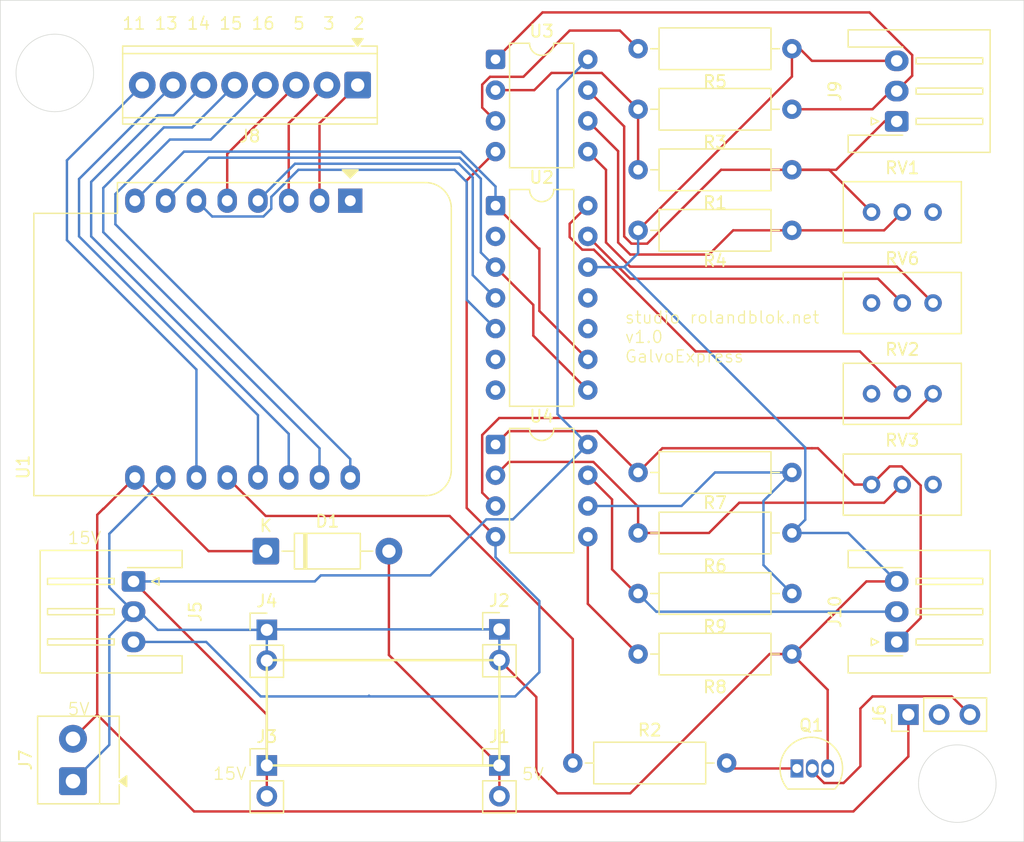
<source format=kicad_pcb>
(kicad_pcb (version 20241229) (generator "pcbnew") (generator_version "9.0")
  (layers (0 "F.Cu" signal) (2 "B.Cu" signal) (13 "F.Paste" user) (15 "B.Paste" user) (5 "F.SilkS" user "F.Silkscreen") (7 "B.SilkS" user "B.Silkscreen") (1 "F.Mask" user) (3 "B.Mask" user) (25 "Edge.Cuts" user))
  (net 0 "")
  (net 1 "Net-(D1-A)")
  (net 2 "Net-(D1-K)")
  (net 3 "Net-(J10-Pin_1)")
  (net 4 "Net-(J3-Pin_1)")
  (net 5 "Net-(J6-Pin_3)")
  (net 7 "Net-(J8-Pin_1)")
  (net 8 "Net-(J8-Pin_5)")
  (net 9 "Net-(J8-Pin_2)")
  (net 10 "Net-(J8-Pin_4)")
  (net 11 "Net-(J8-Pin_3)")
  (net 12 "Net-(J8-Pin_8)")
  (net 13 "Net-(J8-Pin_7)")
  (net 14 "Net-(J8-Pin_6)")
  (net 15 "Net-(J9-Pin_2)")
  (net 16 "Net-(J10-Pin_2)")
  (net 17 "Net-(J10-Pin_3)")
  (net 18 "Net-(Q1-B)")
  (net 19 "Net-(U3A--)")
  (net 20 "Net-(U1-D3)")
  (net 21 "Net-(U3B--)")
  (net 22 "Net-(U3A-+)")
  (net 23 "Net-(U4A--)")
  (net 24 "Net-(U4B--)")
  (net 25 "Net-(U4B-+)")
  (net 27 "Net-(U2-VA)")
  (net 29 "Net-(U4A-+)")
  (net 32 "Net-(U3B-+)")
  (net 33 "Net-(U2-VrefA)")
  (net 34 "Net-(U1-3V3)")
  (net 35 "Net-(U1-SCK{slash}D5)")
  (net 36 "Net-(U1-CS{slash}D8)")
  (net 37 "Net-(U1-MOSI{slash}D7)")
  (net 44 "Net-(J5-Pin_3)")
  (net 45 "Net-(J9-Pin_1)")
  (footprint "Potentiometer_THT:Potentiometer_Bourns_3296W_Vertical" (layer "F.Cu") (at 130.5 63)
    (property "Reference" "RV1" (at -2.54 -3.66 0) (layer "F.SilkS"))
    (property "Value" "R_Potentiometer_Trim 10k")
    (pad "1" thru_hole circle (at 0 0) (size 1.44 1.44) (drill 0.8) (layers "*.Cu" "*.Mask"))
    (pad "2" thru_hole circle (at -2.54 0) (size 1.44 1.44) (drill 0.8) (layers "*.Cu" "*.Mask") (net 21 "Net-(U3B--)"))
    (pad "3" thru_hole circle (at -5.08 0) (size 1.44 1.44) (drill 0.8) (layers "*.Cu" "*.Mask") (net 45 "Net-(J9-Pin_1)"))
  )
  (footprint "Resistor_THT:R_Axial_DIN0309_L9.0mm_D3.2mm_P12.70mm_Horizontal" (layer "F.Cu") (at 100.76 108.5)
    (property "Reference" "R2" (at 6.35 -2.72 0) (layer "F.SilkS"))
    (property "Value" "1k")
    (pad "1" thru_hole circle (at 0 0) (size 1.6 1.6) (drill 0.8) (layers "*.Cu" "*.Mask") (net 20 "Net-(U1-D3)"))
    (pad "2" thru_hole circle (at 12.7 0) (size 1.6 1.6) (drill 0.8) (layers "*.Cu" "*.Mask") (net 18 "Net-(Q1-B)"))
  )
  (footprint "Diode_THT:D_DO-41_SOD81_P10.16mm_Horizontal" (layer "F.Cu") (at 75.42 91)
    (property "Reference" "D1" (at 5.08 -2.47 0) (layer "F.SilkS"))
    (property "Value" "1N4006")
    (fp_text user "K" (at 0 -2.1 0) (layer "F.SilkS"))
    (pad "1" thru_hole roundrect (at 0 0) (size 2.2 2.2) (drill 1.1) (layers "*.Cu" "*.Mask") (roundrect_rratio 0.113636) (net 2 "Net-(D1-K)"))
    (pad "2" thru_hole circle (at 10.16 0) (size 2.2 2.2) (drill 1.1) (layers "*.Cu" "*.Mask") (net 1 "Net-(D1-A)"))
  )
  (footprint "Connector_PinHeader_2.54mm:PinHeader_1x02_P2.54mm_Vertical" (layer "F.Cu") (at 94.7 97.46)
    (property "Reference" "J2" (at 0 -2.38 0) (layer "F.SilkS"))
    (property "Value" "MP1584EN  OUT -")
    (pad "1" thru_hole rect (at 0 0) (size 1.7 1.7) (drill 1) (layers "*.Cu" "*.Mask") (net 17 "Net-(J10-Pin_3)"))
    (pad "2" thru_hole circle (at 0 2.54) (size 1.7 1.7) (drill 1) (layers "*.Cu" "*.Mask") (net 17 "Net-(J10-Pin_3)"))
  )
  (footprint "Resistor_THT:R_Axial_DIN0309_L9.0mm_D3.2mm_P12.70mm_Horizontal" (layer "F.Cu") (at 118.85 59.5 180)
    (property "Reference" "R1" (at 6.35 -2.72 0) (layer "F.SilkS"))
    (property "Value" "10k")
    (pad "1" thru_hole circle (at 0 0 180) (size 1.6 1.6) (drill 0.8) (layers "*.Cu" "*.Mask") (net 45 "Net-(J9-Pin_1)"))
    (pad "2" thru_hole circle (at 12.7 0 180) (size 1.6 1.6) (drill 0.8) (layers "*.Cu" "*.Mask") (net 19 "Net-(U3A--)"))
  )
  (footprint "Potentiometer_THT:Potentiometer_Bourns_3296W_Vertical" (layer "F.Cu") (at 130.5 85.5)
    (property "Reference" "RV3" (at -2.54 -3.66 0) (layer "F.SilkS"))
    (property "Value" "R_Potentiometer_Trim 10k")
    (pad "1" thru_hole circle (at 0 0) (size 1.44 1.44) (drill 0.8) (layers "*.Cu" "*.Mask"))
    (pad "2" thru_hole circle (at -2.54 0) (size 1.44 1.44) (drill 0.8) (layers "*.Cu" "*.Mask") (net 23 "Net-(U4A--)"))
    (pad "3" thru_hole circle (at -5.08 0) (size 1.44 1.44) (drill 0.8) (layers "*.Cu" "*.Mask") (net 3 "Net-(J10-Pin_1)"))
  )
  (footprint "Connector_PinHeader_2.54mm:PinHeader_1x02_P2.54mm_Vertical" (layer "F.Cu") (at 75.5 97.5)
    (property "Reference" "J4" (at 0 -2.38 0) (layer "F.SilkS"))
    (property "Value" "MP1584EN  IN -")
    (pad "1" thru_hole rect (at 0 0) (size 1.7 1.7) (drill 1) (layers "*.Cu" "*.Mask") (net 17 "Net-(J10-Pin_3)"))
    (pad "2" thru_hole circle (at 0 2.54) (size 1.7 1.7) (drill 1) (layers "*.Cu" "*.Mask") (net 17 "Net-(J10-Pin_3)"))
  )
  (footprint "Connector_JST:JST_XH_S3B-XH-A-1_1x03_P2.50mm_Horizontal" (layer "F.Cu") (at 64.5 93.5 -90)
    (property "Reference" "J5" (at 2.5 -5.1 90) (layer "F.SilkS"))
    (property "Value" "+15V -15V")
    (pad "1" thru_hole roundrect (at 0 0 270) (size 1.7 1.95) (drill 0.95) (layers "*.Cu" "*.Mask") (roundrect_rratio 0.147059) (net 4 "Net-(J3-Pin_1)"))
    (pad "2" thru_hole oval (at 2.5 0 270) (size 1.7 1.95) (drill 0.95) (layers "*.Cu" "*.Mask") (net 17 "Net-(J10-Pin_3)"))
    (pad "3" thru_hole oval (at 5 0 270) (size 1.7 1.95) (drill 0.95) (layers "*.Cu" "*.Mask") (net 44 "Net-(J5-Pin_3)"))
  )
  (footprint "Resistor_THT:R_Axial_DIN0309_L9.0mm_D3.2mm_P12.70mm_Horizontal" (layer "F.Cu") (at 118.85 89.5 180)
    (property "Reference" "R6" (at 6.35 -2.72 0) (layer "F.SilkS"))
    (property "Value" "10k")
    (pad "1" thru_hole circle (at 0 0 180) (size 1.6 1.6) (drill 0.8) (layers "*.Cu" "*.Mask") (net 17 "Net-(J10-Pin_3)"))
    (pad "2" thru_hole circle (at 12.7 0 180) (size 1.6 1.6) (drill 0.8) (layers "*.Cu" "*.Mask") (net 23 "Net-(U4A--)"))
  )
  (footprint "Connector_PinHeader_2.54mm:PinHeader_1x02_P2.54mm_Vertical" (layer "F.Cu") (at 94.7 108.7)
    (property "Reference" "J1" (at 0 -2.38 0) (layer "F.SilkS"))
    (property "Value" "MP1584EN OUT +5V")
    (pad "1" thru_hole rect (at 0 0) (size 1.7 1.7) (drill 1) (layers "*.Cu" "*.Mask") (net 1 "Net-(D1-A)"))
    (pad "2" thru_hole circle (at 0 2.54) (size 1.7 1.7) (drill 1) (layers "*.Cu" "*.Mask") (net 1 "Net-(D1-A)"))
  )
  (footprint "Potentiometer_THT:Potentiometer_Bourns_3296W_Vertical" (layer "F.Cu") (at 130.5 70.5)
    (property "Reference" "RV6" (at -2.54 -3.66 0) (layer "F.SilkS"))
    (property "Value" "R_Potentiometer_Trim 10k")
    (pad "1" thru_hole circle (at 0 0) (size 1.44 1.44) (drill 0.8) (layers "*.Cu" "*.Mask") (net 32 "Net-(U3B-+)"))
    (pad "2" thru_hole circle (at -2.54 0) (size 1.44 1.44) (drill 0.8) (layers "*.Cu" "*.Mask") (net 33 "Net-(U2-VrefA)"))
    (pad "3" thru_hole circle (at -5.08 0) (size 1.44 1.44) (drill 0.8) (layers "*.Cu" "*.Mask"))
  )
  (footprint "Package_TO_SOT_THT:TO-92L_Inline" (layer "F.Cu") (at 119.26 108.95)
    (property "Reference" "Q1" (at 1.19 -3.56 0) (layer "F.SilkS"))
    (property "Value" "Q_NPN_BEC")
    (pad "1" thru_hole rect (at 0 0) (size 1.05 1.5) (drill 0.75) (layers "*.Cu" "*.Mask") (net 18 "Net-(Q1-B)"))
    (pad "2" thru_hole oval (at 1.27 0) (size 1.05 1.5) (drill 0.75) (layers "*.Cu" "*.Mask") (net 5 "Net-(J6-Pin_3)"))
    (pad "3" thru_hole oval (at 2.54 0) (size 1.05 1.5) (drill 0.75) (layers "*.Cu" "*.Mask") (net 17 "Net-(J10-Pin_3)"))
  )
  (footprint "Resistor_THT:R_Axial_DIN0309_L9.0mm_D3.2mm_P12.70mm_Horizontal" (layer "F.Cu") (at 118.85 99.5 180)
    (property "Reference" "R8" (at 6.35 -2.72 0) (layer "F.SilkS"))
    (property "Value" "0.5k")
    (pad "1" thru_hole circle (at 0 0 180) (size 1.6 1.6) (drill 0.8) (layers "*.Cu" "*.Mask") (net 17 "Net-(J10-Pin_3)"))
    (pad "2" thru_hole circle (at 12.7 0 180) (size 1.6 1.6) (drill 0.8) (layers "*.Cu" "*.Mask") (net 25 "Net-(U4B-+)"))
  )
  (footprint "Resistor_THT:R_Axial_DIN0309_L9.0mm_D3.2mm_P12.70mm_Horizontal" (layer "F.Cu") (at 106.15 84.5)
    (property "Reference" "R7" (at 6.35 2.5 0) (layer "F.SilkS"))
    (property "Value" "10k")
    (pad "1" thru_hole circle (at 0 0) (size 1.6 1.6) (drill 0.8) (layers "*.Cu" "*.Mask") (net 3 "Net-(J10-Pin_1)"))
    (pad "2" thru_hole circle (at 12.7 0) (size 1.6 1.6) (drill 0.8) (layers "*.Cu" "*.Mask") (net 24 "Net-(U4B--)"))
  )
  (footprint "Resistor_THT:R_Axial_DIN0309_L9.0mm_D3.2mm_P12.70mm_Horizontal" (layer "F.Cu") (at 118.85 94.5 180)
    (property "Reference" "R9" (at 6.35 -2.72 0) (layer "F.SilkS"))
    (property "Value" "10k")
    (pad "1" thru_hole circle (at 0 0 180) (size 1.6 1.6) (drill 0.8) (layers "*.Cu" "*.Mask") (net 24 "Net-(U4B--)"))
    (pad "2" thru_hole circle (at 12.7 0 180) (size 1.6 1.6) (drill 0.8) (layers "*.Cu" "*.Mask") (net 16 "Net-(J10-Pin_2)"))
  )
  (footprint "Connector_JST:JST_XH_S3B-XH-A-1_1x03_P2.50mm_Horizontal" (layer "F.Cu") (at 127.5 98.5 90)
    (property "Reference" "J10" (at 2.5 -5.1 90) (layer "F.SilkS"))
    (property "Value" "laser 2")
    (pad "1" thru_hole roundrect (at 0 0 90) (size 1.7 1.95) (drill 0.95) (layers "*.Cu" "*.Mask") (roundrect_rratio 0.147059) (net 3 "Net-(J10-Pin_1)"))
    (pad "2" thru_hole oval (at 2.5 0 90) (size 1.7 1.95) (drill 0.95) (layers "*.Cu" "*.Mask") (net 16 "Net-(J10-Pin_2)"))
    (pad "3" thru_hole oval (at 5 0 90) (size 1.7 1.95) (drill 0.95) (layers "*.Cu" "*.Mask") (net 17 "Net-(J10-Pin_3)"))
  )
  (footprint "Resistor_THT:R_Axial_DIN0309_L9.0mm_D3.2mm_P12.70mm_Horizontal" (layer "F.Cu") (at 106.15 64.5)
    (property "Reference" "R4" (at 6.35 2.5 0) (layer "F.SilkS"))
    (property "Value" "10k")
    (pad "1" thru_hole circle (at 0 0) (size 1.6 1.6) (drill 0.8) (layers "*.Cu" "*.Mask") (net 17 "Net-(J10-Pin_3)"))
    (pad "2" thru_hole circle (at 12.7 0) (size 1.6 1.6) (drill 0.8) (layers "*.Cu" "*.Mask") (net 21 "Net-(U3B--)"))
  )
  (footprint "Package_DIP:DIP-14_W7.62mm" (layer "F.Cu") (at 94.38 62.46)
    (property "Reference" "U2" (at 3.81 -2.33 0) (layer "F.SilkS"))
    (property "Value" "MCP4922")
    (pad "1" thru_hole roundrect (at 0 0) (size 1.6 1.6) (drill 0.8) (layers "*.Cu" "*.Mask") (roundrect_rratio 0.15625) (net 34 "Net-(U1-3V3)"))
    (pad "2" thru_hole circle (at 0 2.54) (size 1.6 1.6) (drill 0.8) (layers "*.Cu" "*.Mask"))
    (pad "3" thru_hole circle (at 0 5.08) (size 1.6 1.6) (drill 0.8) (layers "*.Cu" "*.Mask") (net 36 "Net-(U1-CS{slash}D8)"))
    (pad "4" thru_hole circle (at 0 7.62) (size 1.6 1.6) (drill 0.8) (layers "*.Cu" "*.Mask") (net 35 "Net-(U1-SCK{slash}D5)"))
    (pad "5" thru_hole circle (at 0 10.16) (size 1.6 1.6) (drill 0.8) (layers "*.Cu" "*.Mask") (net 37 "Net-(U1-MOSI{slash}D7)"))
    (pad "6" thru_hole circle (at 0 12.7) (size 1.6 1.6) (drill 0.8) (layers "*.Cu" "*.Mask"))
    (pad "7" thru_hole circle (at 0 15.24) (size 1.6 1.6) (drill 0.8) (layers "*.Cu" "*.Mask"))
    (pad "8" thru_hole circle (at 7.62 15.24) (size 1.6 1.6) (drill 0.8) (layers "*.Cu" "*.Mask") (net 36 "Net-(U1-CS{slash}D8)"))
    (pad "9" thru_hole circle (at 7.62 12.7) (size 1.6 1.6) (drill 0.8) (layers "*.Cu" "*.Mask") (net 34 "Net-(U1-3V3)"))
    (pad "10" thru_hole circle (at 7.62 10.16) (size 1.6 1.6) (drill 0.8) (layers "*.Cu" "*.Mask"))
    (pad "11" thru_hole circle (at 7.62 7.62) (size 1.6 1.6) (drill 0.8) (layers "*.Cu" "*.Mask"))
    (pad "12" thru_hole circle (at 7.62 5.08) (size 1.6 1.6) (drill 0.8) (layers "*.Cu" "*.Mask") (net 17 "Net-(J10-Pin_3)"))
    (pad "13" thru_hole circle (at 7.62 2.54) (size 1.6 1.6) (drill 0.8) (layers "*.Cu" "*.Mask") (net 33 "Net-(U2-VrefA)"))
    (pad "14" thru_hole circle (at 7.62 0) (size 1.6 1.6) (drill 0.8) (layers "*.Cu" "*.Mask") (net 27 "Net-(U2-VA)"))
  )
  (footprint "Potentiometer_THT:Potentiometer_Bourns_3296W_Vertical" (layer "F.Cu") (at 130.5 78)
    (property "Reference" "RV2" (at -2.54 -3.66 0) (layer "F.SilkS"))
    (property "Value" "R_Potentiometer_Trim 10k")
    (pad "1" thru_hole circle (at 0 0) (size 1.44 1.44) (drill 0.8) (layers "*.Cu" "*.Mask") (net 29 "Net-(U4A-+)"))
    (pad "2" thru_hole circle (at -2.54 0) (size 1.44 1.44) (drill 0.8) (layers "*.Cu" "*.Mask") (net 27 "Net-(U2-VA)"))
    (pad "3" thru_hole circle (at -5.08 0) (size 1.44 1.44) (drill 0.8) (layers "*.Cu" "*.Mask"))
  )
  (footprint "TerminalBlock_MetzConnect:TerminalBlock_MetzConnect_Type059_RT06302HBWC_1x02_P3.50mm_Horizontal" (layer "F.Cu") (at 59.5 110 90)
    (property "Reference" "J7" (at 1.75 -3.92 90) (layer "F.SilkS"))
    (property "Value" "Screw_Terminal_01x02 5V")
    (pad "1" thru_hole roundrect (at 0 0 90) (size 2.3 2.3) (drill 1.2) (layers "*.Cu" "*.Mask") (roundrect_rratio 0.108696) (net 17 "Net-(J10-Pin_3)"))
    (pad "2" thru_hole circle (at 3.5 0 90) (size 2.3 2.3) (drill 1.2) (layers "*.Cu" "*.Mask") (net 2 "Net-(D1-K)"))
  )
  (footprint "Resistor_THT:R_Axial_DIN0309_L9.0mm_D3.2mm_P12.70mm_Horizontal" (layer "F.Cu") (at 118.85 54.5 180)
    (property "Reference" "R3" (at 6.35 -2.72 0) (layer "F.SilkS"))
    (property "Value" "10k")
    (pad "1" thru_hole circle (at 0 0 180) (size 1.6 1.6) (drill 0.8) (layers "*.Cu" "*.Mask") (net 15 "Net-(J9-Pin_2)"))
    (pad "2" thru_hole circle (at 12.7 0 180) (size 1.6 1.6) (drill 0.8) (layers "*.Cu" "*.Mask") (net 19 "Net-(U3A--)"))
  )
  (footprint "Resistor_THT:R_Axial_DIN0309_L9.0mm_D3.2mm_P12.70mm_Horizontal" (layer "F.Cu") (at 118.85 49.5 180)
    (property "Reference" "R5" (at 6.35 -2.72 0) (layer "F.SilkS"))
    (property "Value" "0.5k")
    (pad "1" thru_hole circle (at 0 0 180) (size 1.6 1.6) (drill 0.8) (layers "*.Cu" "*.Mask") (net 17 "Net-(J10-Pin_3)"))
    (pad "2" thru_hole circle (at 12.7 0 180) (size 1.6 1.6) (drill 0.8) (layers "*.Cu" "*.Mask") (net 22 "Net-(U3A-+)"))
  )
  (footprint "Connector_JST:JST_XH_S3B-XH-A-1_1x03_P2.50mm_Horizontal" (layer "F.Cu") (at 127.5 55.5 90)
    (property "Reference" "J9" (at 2.5 -5.1 90) (layer "F.SilkS"))
    (property "Value" "laser 1")
    (pad "1" thru_hole roundrect (at 0 0 90) (size 1.7 1.95) (drill 0.95) (layers "*.Cu" "*.Mask") (roundrect_rratio 0.147059) (net 45 "Net-(J9-Pin_1)"))
    (pad "2" thru_hole oval (at 2.5 0 90) (size 1.7 1.95) (drill 0.95) (layers "*.Cu" "*.Mask") (net 15 "Net-(J9-Pin_2)"))
    (pad "3" thru_hole oval (at 5 0 90) (size 1.7 1.95) (drill 0.95) (layers "*.Cu" "*.Mask") (net 17 "Net-(J10-Pin_3)"))
  )
  (footprint "Package_DIP:DIP-8_W7.62mm" (layer "F.Cu") (at 94.38 50.38)
    (property "Reference" "U3" (at 3.81 -2.33 0) (layer "F.SilkS"))
    (property "Value" "LM358")
    (pad "1" thru_hole roundrect (at 0 0) (size 1.6 1.6) (drill 0.8) (layers "*.Cu" "*.Mask") (roundrect_rratio 0.15625) (net 15 "Net-(J9-Pin_2)"))
    (pad "2" thru_hole circle (at 0 2.54) (size 1.6 1.6) (drill 0.8) (layers "*.Cu" "*.Mask") (net 19 "Net-(U3A--)"))
    (pad "3" thru_hole circle (at 0 5.08) (size 1.6 1.6) (drill 0.8) (layers "*.Cu" "*.Mask") (net 22 "Net-(U3A-+)"))
    (pad "4" thru_hole circle (at 0 7.62) (size 1.6 1.6) (drill 0.8) (layers "*.Cu" "*.Mask") (net 44 "Net-(J5-Pin_3)"))
    (pad "5" thru_hole circle (at 7.62 7.62) (size 1.6 1.6) (drill 0.8) (layers "*.Cu" "*.Mask") (net 32 "Net-(U3B-+)"))
    (pad "6" thru_hole circle (at 7.62 5.08) (size 1.6 1.6) (drill 0.8) (layers "*.Cu" "*.Mask") (net 21 "Net-(U3B--)"))
    (pad "7" thru_hole circle (at 7.62 2.54) (size 1.6 1.6) (drill 0.8) (layers "*.Cu" "*.Mask") (net 45 "Net-(J9-Pin_1)"))
    (pad "8" thru_hole circle (at 7.62 0) (size 1.6 1.6) (drill 0.8) (layers "*.Cu" "*.Mask") (net 4 "Net-(J3-Pin_1)"))
  )
  (footprint "RF_Module:WEMOS_D1_mini_light" (layer "F.Cu") (at 82.39 62.055 -90)
    (property "Reference" "U1" (at 22 27 90) (layer "F.SilkS"))
    (property "Value" "WEMOS_D1_mini")
    (pad "1" thru_hole rect (at 0 0 270) (size 2 2) (drill 0.9) (layers "*.Cu" "*.Mask"))
    (pad "2" thru_hole oval (at 0 2.54 270) (size 2 1.6) (drill 0.9) (layers "*.Cu" "*.Mask") (net 7 "Net-(J8-Pin_1)"))
    (pad "3" thru_hole oval (at 0 5.08 270) (size 2 1.6) (drill 0.9) (layers "*.Cu" "*.Mask") (net 9 "Net-(J8-Pin_2)"))
    (pad "4" thru_hole oval (at 0 7.62 270) (size 2 1.6) (drill 0.9) (layers "*.Cu" "*.Mask") (net 35 "Net-(U1-SCK{slash}D5)"))
    (pad "5" thru_hole oval (at 0 10.16 270) (size 2 1.6) (drill 0.9) (layers "*.Cu" "*.Mask") (net 11 "Net-(J8-Pin_3)"))
    (pad "6" thru_hole oval (at 0 12.7 270) (size 2 1.6) (drill 0.9) (layers "*.Cu" "*.Mask") (net 37 "Net-(U1-MOSI{slash}D7)"))
    (pad "7" thru_hole oval (at 0 15.24 270) (size 2 1.6) (drill 0.9) (layers "*.Cu" "*.Mask") (net 36 "Net-(U1-CS{slash}D8)"))
    (pad "8" thru_hole oval (at 0 17.78 270) (size 2 1.6) (drill 0.9) (layers "*.Cu" "*.Mask") (net 34 "Net-(U1-3V3)"))
    (pad "9" thru_hole oval (at 22.86 17.78 270) (size 2 1.6) (drill 0.9) (layers "*.Cu" "*.Mask") (net 2 "Net-(D1-K)"))
    (pad "10" thru_hole oval (at 22.86 15.24 270) (size 2 1.6) (drill 0.9) (layers "*.Cu" "*.Mask") (net 17 "Net-(J10-Pin_3)"))
    (pad "11" thru_hole oval (at 22.86 12.7 270) (size 2 1.6) (drill 0.9) (layers "*.Cu" "*.Mask") (net 12 "Net-(J8-Pin_8)"))
    (pad "12" thru_hole oval (at 22.86 10.16 270) (size 2 1.6) (drill 0.9) (layers "*.Cu" "*.Mask") (net 20 "Net-(U1-D3)"))
    (pad "13" thru_hole oval (at 22.86 7.62 270) (size 2 1.6) (drill 0.9) (layers "*.Cu" "*.Mask") (net 13 "Net-(J8-Pin_7)"))
    (pad "14" thru_hole oval (at 22.86 5.08 270) (size 2 1.6) (drill 0.9) (layers "*.Cu" "*.Mask") (net 14 "Net-(J8-Pin_6)"))
    (pad "15" thru_hole oval (at 22.86 2.54 270) (size 2 1.6) (drill 0.9) (layers "*.Cu" "*.Mask") (net 8 "Net-(J8-Pin_5)"))
    (pad "16" thru_hole oval (at 22.86 0 270) (size 2 1.6) (drill 0.9) (layers "*.Cu" "*.Mask") (net 10 "Net-(J8-Pin_4)"))
  )
  (footprint "Connector_PinHeader_2.54mm:PinHeader_1x02_P2.54mm_Vertical" (layer "F.Cu") (at 75.5 108.7)
    (property "Reference" "J3" (at 0 -2.38 0) (layer "F.SilkS"))
    (property "Value" "MP1584EN IN +15V")
    (pad "1" thru_hole rect (at 0 0) (size 1.7 1.7) (drill 1) (layers "*.Cu" "*.Mask") (net 4 "Net-(J3-Pin_1)"))
    (pad "2" thru_hole circle (at 0 2.54) (size 1.7 1.7) (drill 1) (layers "*.Cu" "*.Mask") (net 4 "Net-(J3-Pin_1)"))
  )
  (footprint "Connector_PinHeader_2.54mm:PinHeader_1x03_P2.54mm_Vertical" (layer "F.Cu") (at 128.46 104.5 90)
    (property "Reference" "J6" (at 0 -2.38 90) (layer "F.SilkS"))
    (property "Value" "laser")
    (pad "1" thru_hole rect (at 0 0 90) (size 1.7 1.7) (drill 1) (layers "*.Cu" "*.Mask") (net 2 "Net-(D1-K)"))
    (pad "2" thru_hole circle (at 0 2.54 90) (size 1.7 1.7) (drill 1) (layers "*.Cu" "*.Mask"))
    (pad "3" thru_hole circle (at 0 5.08 90) (size 1.7 1.7) (drill 1) (layers "*.Cu" "*.Mask") (net 5 "Net-(J6-Pin_3)"))
  )
  (footprint "TerminalBlock_Phoenix:TerminalBlock_Phoenix_MPT-0,5-8-2.54_1x08_P2.54mm_Horizontal" (layer "F.Cu") (at 83 52.5 180)
    (property "Reference" "J8" (at 8.89 -4.22 0) (layer "F.SilkS"))
    (property "Value" "Screw_Terminal_01x08")
    (pad "1" thru_hole roundrect (at 0 0 180) (size 2.2 2.2) (drill 1.1) (layers "*.Cu" "*.Mask") (roundrect_rratio 0.113636) (net 7 "Net-(J8-Pin_1)"))
    (pad "2" thru_hole circle (at 2.54 0 180) (size 2.2 2.2) (drill 1.1) (layers "*.Cu" "*.Mask") (net 9 "Net-(J8-Pin_2)"))
    (pad "3" thru_hole circle (at 5.08 0 180) (size 2.2 2.2) (drill 1.1) (layers "*.Cu" "*.Mask") (net 11 "Net-(J8-Pin_3)"))
    (pad "4" thru_hole circle (at 7.62 0 180) (size 2.2 2.2) (drill 1.1) (layers "*.Cu" "*.Mask") (net 10 "Net-(J8-Pin_4)"))
    (pad "5" thru_hole circle (at 10.16 0 180) (size 2.2 2.2) (drill 1.1) (layers "*.Cu" "*.Mask") (net 8 "Net-(J8-Pin_5)"))
    (pad "6" thru_hole circle (at 12.7 0 180) (size 2.2 2.2) (drill 1.1) (layers "*.Cu" "*.Mask") (net 14 "Net-(J8-Pin_6)"))
    (pad "7" thru_hole circle (at 15.24 0 180) (size 2.2 2.2) (drill 1.1) (layers "*.Cu" "*.Mask") (net 13 "Net-(J8-Pin_7)"))
    (pad "8" thru_hole circle (at 17.78 0 180) (size 2.2 2.2) (drill 1.1) (layers "*.Cu" "*.Mask") (net 12 "Net-(J8-Pin_8)"))
  )
  (footprint "Package_DIP:DIP-8_W7.62mm" (layer "F.Cu") (at 94.38 82.19)
    (property "Reference" "U4" (at 3.81 -2.33 0) (layer "F.SilkS"))
    (property "Value" "LM358")
    (pad "1" thru_hole roundrect (at 0 0) (size 1.6 1.6) (drill 0.8) (layers "*.Cu" "*.Mask") (roundrect_rratio 0.15625) (net 3 "Net-(J10-Pin_1)"))
    (pad "2" thru_hole circle (at 0 2.54) (size 1.6 1.6) (drill 0.8) (layers "*.Cu" "*.Mask") (net 23 "Net-(U4A--)"))
    (pad "3" thru_hole circle (at 0 5.08) (size 1.6 1.6) (drill 0.8) (layers "*.Cu" "*.Mask") (net 29 "Net-(U4A-+)"))
    (pad "4" thru_hole circle (at 0 7.62) (size 1.6 1.6) (drill 0.8) (layers "*.Cu" "*.Mask") (net 44 "Net-(J5-Pin_3)"))
    (pad "5" thru_hole circle (at 7.62 7.62) (size 1.6 1.6) (drill 0.8) (layers "*.Cu" "*.Mask") (net 25 "Net-(U4B-+)"))
    (pad "6" thru_hole circle (at 7.62 5.08) (size 1.6 1.6) (drill 0.8) (layers "*.Cu" "*.Mask") (net 24 "Net-(U4B--)"))
    (pad "7" thru_hole circle (at 7.62 2.54) (size 1.6 1.6) (drill 0.8) (layers "*.Cu" "*.Mask") (net 16 "Net-(J10-Pin_2)"))
    (pad "8" thru_hole circle (at 7.62 0) (size 1.6 1.6) (drill 0.8) (layers "*.Cu" "*.Mask") (net 4 "Net-(J3-Pin_1)"))
  )
  (gr_rect (start 75.5 100) (end 94.7 108.7) (stroke (width 0.2)) (fill no) (layer "F.SilkS"))
  (gr_circle (center 132.5 110.201562) (end 135 112.201562) (stroke (width 0.05)) (fill no) (layer "Edge.Cuts"))
  (gr_rect (start 53.5 45.5) (end 138 115) (stroke (width 0.05)) (fill no) (layer "Edge.Cuts"))
  (gr_circle (center 58 51.5) (end 60.5 53.5) (stroke (width 0.05)) (fill no) (layer "Edge.Cuts"))
  (gr_text "11 13 14 15 16  5  3  2" (at 63.5 48 0) (layer "F.SilkS") (effects (font (size 1 1) (thickness 0.125)) (justify left bottom)))
  (gr_text "studio rolandblok.net\nv1.0\nGalvoExpress" (at 105 75.5 0) (layer "F.SilkS") (effects (font (size 1 1) (thickness 0.1)) (justify left bottom)))
  (gr_text "15V" (at 71 109.97 0) (layer "F.SilkS") (effects (font (size 1 1) (thickness 0.1)) (justify left bottom)))
  (gr_text "15V" (at 59 90.5 0) (layer "F.SilkS") (effects (font (size 1 1) (thickness 0.1)) (justify left bottom)))
  (gr_text "5V" (at 59 104.63 0) (layer "F.SilkS") (effects (font (size 1 1) (thickness 0.1)) (justify left bottom)))
  (gr_text "5V" (at 96.5 110 0) (layer "F.SilkS") (effects (font (size 1 1) (thickness 0.1)) (justify left bottom)))
  (segment (start 94.7 108.7) (end 94.7 111.24) (width 0.2) (layer "F.Cu") (net 1))
  (segment (start 85.58 91) (end 85.58 99.58) (width 0.2) (layer "F.Cu") (net 1))
  (segment (start 85.58 99.58) (end 94.7 108.7) (width 0.2) (layer "F.Cu") (net 1))
  (segment (start 75.42 91) (end 70.695 91) (width 0.2) (layer "F.Cu") (net 2))
  (segment (start 61.5 88) (end 61.5 104.5) (width 0.2) (layer "F.Cu") (net 2))
  (segment (start 128.46 104.5) (end 128.46 107.96) (width 0.2) (layer "F.Cu") (net 2))
  (segment (start 62.025 87.5) (end 62 87.5) (width 0.2) (layer "F.Cu") (net 2))
  (segment (start 69.5 112.5) (end 123.92 112.5) (width 0.2) (layer "F.Cu") (net 2))
  (segment (start 62 87.5) (end 61.5 88) (width 0.2) (layer "F.Cu") (net 2))
  (segment (start 61.5 104.5) (end 59.5 106.5) (width 0.2) (layer "F.Cu") (net 2))
  (segment (start 64.61 84.915) (end 70.695 91) (width 0.2) (layer "F.Cu") (net 2))
  (segment (start 61.5 104.5) (end 69.5 112.5) (width 0.2) (layer "F.Cu") (net 2))
  (segment (start 128.46 107.96) (end 123.92 112.5) (width 0.2) (layer "F.Cu") (net 2))
  (segment (start 64.61 84.915) (end 62.025 87.5) (width 0.2) (layer "F.Cu") (net 2))
  (segment (start 106.15 84.5) (end 102.739 81.089) (width 0.2) (layer "F.Cu") (net 3))
  (segment (start 102.739 81.089) (end 95.481 81.089) (width 0.2) (layer "F.Cu") (net 3))
  (segment (start 120.5 82.5) (end 121 82.5) (width 0.2) (layer "F.Cu") (net 3))
  (segment (start 121 82.5) (end 124 85.5) (width 0.2) (layer "F.Cu") (net 3))
  (segment (start 129.479 85.575087) (end 129.479 96.521) (width 0.2) (layer "F.Cu") (net 3))
  (segment (start 120.5 82.5) (end 108.15 82.5) (width 0.2) (layer "F.Cu") (net 3))
  (segment (start 95.481 81.089) (end 94.38 82.19) (width 0.2) (layer "F.Cu") (net 3))
  (segment (start 126.92 84) (end 127.903913 84) (width 0.2) (layer "F.Cu") (net 3))
  (segment (start 129.479 96.521) (end 127.5 98.5) (width 0.2) (layer "F.Cu") (net 3))
  (segment (start 127.903913 84) (end 129.479 85.575087) (width 0.2) (layer "F.Cu") (net 3))
  (segment (start 125.42 85.5) (end 126.92 84) (width 0.2) (layer "F.Cu") (net 3))
  (segment (start 108.15 82.5) (end 106.15 84.5) (width 0.2) (layer "F.Cu") (net 3))
  (segment (start 124 85.5) (end 125.42 85.5) (width 0.2) (layer "F.Cu") (net 3))
  (segment (start 75.5 108.7) (end 75.5 111.24) (width 0.2) (layer "F.Cu") (net 4))
  (segment (start 75.5 108.7) (end 75.5 104.5) (width 0.2) (layer "F.Cu") (net 4))
  (segment (start 75.5 104.5) (end 64.5 93.5) (width 0.2) (layer "F.Cu") (net 4))
  (segment (start 64.5 93.5) (end 79.46 93.5) (width 0.2) (layer "B.Cu") (net 4))
  (segment (start 99.5 52.88) (end 99.5 79.69) (width 0.2) (layer "B.Cu") (net 4))
  (segment (start 79.46 93.5) (end 79.96 93) (width 0.2) (layer "B.Cu") (net 4))
  (segment (start 89 93) (end 93.629 88.371) (width 0.2) (layer "B.Cu") (net 4))
  (segment (start 79.96 93) (end 89 93) (width 0.2) (layer "B.Cu") (net 4))
  (segment (start 95.819 88.371) (end 102 82.19) (width 0.2) (layer "B.Cu") (net 4))
  (segment (start 102 50.38) (end 99.5 52.88) (width 0.2) (layer "B.Cu") (net 4))
  (segment (start 99.5 79.69) (end 102 82.19) (width 0.2) (layer "B.Cu") (net 4))
  (segment (start 93.629 88.371) (end 95.819 88.371) (width 0.2) (layer "B.Cu") (net 4))
  (segment (start 120.53 108.95) (end 120.53 109.175) (width 0.2) (layer "F.Cu") (net 5))
  (segment (start 132.04 103) (end 133.54 104.5) (width 0.2) (layer "F.Cu") (net 5))
  (segment (start 124.5 104) (end 125.5 103) (width 0.2) (layer "F.Cu") (net 5))
  (segment (start 123.111 110.151) (end 124.5 108.762) (width 0.2) (layer "F.Cu") (net 5))
  (segment (start 125.5 103) (end 132.04 103) (width 0.2) (layer "F.Cu") (net 5))
  (segment (start 124.5 108.762) (end 124.5 104) (width 0.2) (layer "F.Cu") (net 5))
  (segment (start 120.53 109.175) (end 121.506 110.151) (width 0.2) (layer "F.Cu") (net 5))
  (segment (start 121.506 110.151) (end 123.111 110.151) (width 0.2) (layer "F.Cu") (net 5))
  (segment (start 79.85 62.055) (end 79.85 55.65) (width 0.2) (layer "F.Cu") (net 7))
  (segment (start 79.85 55.65) (end 83 52.5) (width 0.2) (layer "F.Cu") (net 7))
  (segment (start 69.34 56) (end 72.84 52.5) (width 0.2) (layer "B.Cu") (net 8))
  (segment (start 79.85 84.915) (end 79.85 82.5) (width 0.2) (layer "B.Cu") (net 8))
  (segment (start 62 64.65) (end 62 61) (width 0.2) (layer "B.Cu") (net 8))
  (segment (start 79.85 82.5) (end 62 64.65) (width 0.2) (layer "B.Cu") (net 8))
  (segment (start 67 56) (end 69.34 56) (width 0.2) (layer "B.Cu") (net 8))
  (segment (start 62 61) (end 67 56) (width 0.2) (layer "B.Cu") (net 8))
  (segment (start 77.31 55.65) (end 80.46 52.5) (width 0.2) (layer "F.Cu") (net 9))
  (segment (start 77.31 62.055) (end 77.31 55.65) (width 0.2) (layer "F.Cu") (net 9))
  (segment (start 63 61.5) (end 63 64) (width 0.2) (layer "B.Cu") (net 10))
  (segment (start 67.5 57) (end 63 61.5) (width 0.2) (layer "B.Cu") (net 10))
  (segment (start 63 64) (end 82.39 83.39) (width 0.2) (layer "B.Cu") (net 10))
  (segment (start 75.38 52.5) (end 70.88 57) (width 0.2) (layer "B.Cu") (net 10))
  (segment (start 82.39 83.39) (end 82.39 84.915) (width 0.2) (layer "B.Cu") (net 10))
  (segment (start 70.88 57) (end 67.5 57) (width 0.2) (layer "B.Cu") (net 10))
  (segment (start 72.23 58.19) (end 77.92 52.5) (width 0.2) (layer "F.Cu") (net 11))
  (segment (start 72.23 62.055) (end 72.23 58.19) (width 0.2) (layer "F.Cu") (net 11))
  (segment (start 69.69 76) (end 69.69 84.915) (width 0.2) (layer "B.Cu") (net 12))
  (segment (start 65.22 52.5) (end 59 58.72) (width 0.2) (layer "B.Cu") (net 12))
  (segment (start 59 65.31) (end 69.69 76) (width 0.2) (layer "B.Cu") (net 12))
  (segment (start 59 58.72) (end 59 65.31) (width 0.2) (layer "B.Cu") (net 12))
  (segment (start 74.77 79.77) (end 60 65) (width 0.2) (layer "B.Cu") (net 13))
  (segment (start 60 60.26) (end 67.76 52.5) (width 0.2) (layer "B.Cu") (net 13))
  (segment (start 74.77 84.915) (end 74.77 79.77) (width 0.2) (layer "B.Cu") (net 13))
  (segment (start 60 65) (end 60 60.26) (width 0.2) (layer "B.Cu") (net 13))
  (segment (start 61 60.5) (end 66.5 55) (width 0.2) (layer "B.Cu") (net 14))
  (segment (start 77.31 84.915) (end 77.31 81.31) (width 0.2) (layer "B.Cu") (net 14))
  (segment (start 66.5 55) (end 67.8 55) (width 0.2) (layer "B.Cu") (net 14))
  (segment (start 67.8 55) (end 70.3 52.5) (width 0.2) (layer "B.Cu") (net 14))
  (segment (start 77.31 81.31) (end 61 65) (width 0.2) (layer "B.Cu") (net 14))
  (segment (start 61 65) (end 61 60.5) (width 0.2) (layer "B.Cu") (net 14))
  (segment (start 127 53) (end 125.5 54.5) (width 0.2) (layer "F.Cu") (net 15))
  (segment (start 125.5 54.5) (end 118.85 54.5) (width 0.2) (layer "F.Cu") (net 15))
  (segment (start 98.26 46.5) (end 125.25276 46.5) (width 0.2) (layer "F.Cu") (net 15))
  (segment (start 128.776 51.724) (end 127.5 53) (width 0.2) (layer "F.Cu") (net 15))
  (segment (start 125.25276 46.5) (end 128.776 50.02324) (width 0.2) (layer "F.Cu") (net 15))
  (segment (start 127.5 53) (end 127 53) (width 0.2) (layer "F.Cu") (net 15))
  (segment (start 94.38 50.38) (end 98.26 46.5) (width 0.2) (layer "F.Cu") (net 15))
  (segment (start 128.776 50.02324) (end 128.776 51.724) (width 0.2) (layer "F.Cu") (net 15))
  (segment (start 106.15 94.5) (end 106 94.5) (width 0.2) (layer "F.Cu") (net 16))
  (segment (start 104 92.5) (end 104 86.73) (width 0.2) (layer "F.Cu") (net 16))
  (segment (start 104 86.73) (end 102 84.73) (width 0.2) (layer "F.Cu") (net 16))
  (segment (start 106 94.5) (end 104 92.5) (width 0.2) (layer "F.Cu") (net 16))
  (segment (start 107.65 96) (end 127.5 96) (width 0.2) (layer "B.Cu") (net 16))
  (segment (start 106.15 94.5) (end 107.65 96) (width 0.2) (layer "B.Cu") (net 16))
  (segment (start 118.85 99.5) (end 121.8 102.45) (width 0.2) (layer "F.Cu") (net 17))
  (segment (start 117 99.5) (end 118.85 99.5) (width 0.2) (layer "F.Cu") (net 17))
  (segment (start 97.75 103.05) (end 97.75 109.25) (width 0.2) (layer "F.Cu") (net 17))
  (segment (start 119 99.5) (end 125 93.5) (width 0.2) (layer "F.Cu") (net 17))
  (segment (start 118.85 99.5) (end 119 99.5) (width 0.2) (layer "F.Cu") (net 17))
  (segment (start 99.5 111) (end 105.5 111) (width 0.2) (layer "F.Cu") (net 17))
  (segment (start 121.8 102.45) (end 121.8 108.95) (width 0.2) (layer "F.Cu") (net 17))
  (segment (start 119.5 49.5) (end 120.5 50.5) (width 0.2) (layer "F.Cu") (net 17))
  (segment (start 125 93.5) (end 127.5 93.5) (width 0.2) (layer "F.Cu") (net 17))
  (segment (start 118.85 49.5) (end 119.5 49.5) (width 0.2) (layer "F.Cu") (net 17))
  (segment (start 94.7 100) (end 97.75 103.05) (width 0.2) (layer "F.Cu") (net 17))
  (segment (start 118.85 51.8) (end 106.15 64.5) (width 0.2) (layer "F.Cu") (net 17))
  (segment (start 97.75 109.25) (end 99.5 111) (width 0.2) (layer "F.Cu") (net 17))
  (segment (start 118.85 49.5) (end 118.85 51.8) (width 0.2) (layer "F.Cu") (net 17))
  (segment (start 120.5 50.5) (end 127.5 50.5) (width 0.2) (layer "F.Cu") (net 17))
  (segment (start 105.5 111) (end 117 99.5) (width 0.2) (layer "F.Cu") (net 17))
  (segment (start 62.5 98) (end 64.5 96) (width 0.2) (layer "B.Cu") (net 17))
  (segment (start 105.04 67.54) (end 105 67.54) (width 0.2) (layer "B.Cu") (net 17))
  (segment (start 123.5 89.5) (end 127.5 93.5) (width 0.2) (layer "B.Cu") (net 17))
  (segment (start 105 67.54) (end 106.15 66.39) (width 0.2) (layer "B.Cu") (net 17))
  (segment (start 59.5 110) (end 62.5 107) (width 0.2) (layer "B.Cu") (net 17))
  (segment (start 118.85 89.5) (end 119.951 88.399) (width 0.2) (layer "B.Cu") (net 17))
  (segment (start 105 67.54) (end 102 67.54) (width 0.2) (layer "B.Cu") (net 17))
  (segment (start 62.5 89.565) (end 62.5 94) (width 0.2) (layer "B.Cu") (net 17))
  (segment (start 106.15 66.39) (end 106.15 64.5) (width 0.2) (layer "B.Cu") (net 17))
  (segment (start 94.7 97.46) (end 75.54 97.46) (width 0.2) (layer "B.Cu") (net 17))
  (segment (start 62.5 94) (end 64.5 96) (width 0.2) (layer "B.Cu") (net 17))
  (segment (start 62.5 89.565) (end 67.15 84.915) (width 0.2) (layer "B.Cu") (net 17))
  (segment (start 94.7 100) (end 94.7 97.46) (width 0.2) (layer "B.Cu") (net 17))
  (segment (start 119.951 88.399) (end 119.951 82.451) (width 0.2) (layer "B.Cu") (net 17))
  (segment (start 64.5 96) (end 65 96) (width 0.2) (layer "B.Cu") (net 17))
  (segment (start 62.5 107) (end 62.5 98) (width 0.2) (layer "B.Cu") (net 17))
  (segment (start 75.5 100.04) (end 75.5 97.5) (width 0.2) (layer "B.Cu") (net 17))
  (segment (start 66.5 97.5) (end 75.5 97.5) (width 0.2) (layer "B.Cu") (net 17))
  (segment (start 119.951 82.451) (end 105.04 67.54) (width 0.2) (layer "B.Cu") (net 17))
  (segment (start 65 96) (end 66.5 97.5) (width 0.2) (layer "B.Cu") (net 17))
  (segment (start 118.85 89.5) (end 123.5 89.5) (width 0.2) (layer "B.Cu") (net 17))
  (segment (start 75.54 97.46) (end 75.5 97.5) (width 0.2) (layer "B.Cu") (net 17))
  (segment (start 119.26 108.95) (end 113.91 108.95) (width 0.2) (layer "F.Cu") (net 18))
  (segment (start 113.91 108.95) (end 113.46 108.5) (width 0.2) (layer "F.Cu") (net 18))
  (segment (start 106.15 59.5) (end 106.15 54.5) (width 0.2) (layer "F.Cu") (net 19))
  (segment (start 97.58 52.92) (end 94.38 52.92) (width 0.2) (layer "F.Cu") (net 19))
  (segment (start 103.15 51.5) (end 99 51.5) (width 0.2) (layer "F.Cu") (net 19))
  (segment (start 106.15 54.5) (end 103.15 51.5) (width 0.2) (layer "F.Cu") (net 19))
  (segment (start 99 51.5) (end 97.58 52.92) (width 0.2) (layer "F.Cu") (net 19))
  (segment (start 90.5925 88.0925) (end 100.76 98.26) (width 0.2) (layer "F.Cu") (net 20))
  (segment (start 72.23 84.915) (end 75.4075 88.0925) (width 0.2) (layer "F.Cu") (net 20))
  (segment (start 75.4075 88.0925) (end 90.5925 88.0925) (width 0.2) (layer "F.Cu") (net 20))
  (segment (start 100.76 98.26) (end 100.76 108.5) (width 0.2) (layer "F.Cu") (net 20))
  (segment (start 118.85 64.5) (end 114 64.5) (width 0.2) (layer "F.Cu") (net 21))
  (segment (start 112 66.5) (end 105.5 66.5) (width 0.2) (layer "F.Cu") (net 21))
  (segment (start 114 64.5) (end 112 66.5) (width 0.2) (layer "F.Cu") (net 21))
  (segment (start 104.5 65.5) (end 104.5 57.96) (width 0.2) (layer "F.Cu") (net 21))
  (segment (start 126.46 64.5) (end 127.96 63) (width 0.2) (layer "F.Cu") (net 21))
  (segment (start 118.85 64.5) (end 126.46 64.5) (width 0.2) (layer "F.Cu") (net 21))
  (segment (start 105.5 66.5) (end 104.5 65.5) (width 0.2) (layer "F.Cu") (net 21))
  (segment (start 104.5 57.96) (end 102 55.46) (width 0.2) (layer "F.Cu") (net 21))
  (segment (start 93.279 52.46395) (end 93.279 54.359) (width 0.2) (layer "F.Cu") (net 22))
  (segment (start 96.681 51.819) (end 93.92395 51.819) (width 0.2) (layer "F.Cu") (net 22))
  (segment (start 93.92395 51.819) (end 93.279 52.46395) (width 0.2) (layer "F.Cu") (net 22))
  (segment (start 100.5 48) (end 96.681 51.819) (width 0.2) (layer "F.Cu") (net 22))
  (segment (start 104.65 48) (end 100.5 48) (width 0.2) (layer "F.Cu") (net 22))
  (segment (start 106.15 49.5) (end 104.65 48) (width 0.2) (layer "F.Cu") (net 22))
  (segment (start 93.279 54.359) (end 94.38 55.46) (width 0.2) (layer "F.Cu") (net 22))
  (segment (start 106.15 89.5) (end 112 89.5) (width 0.2) (layer "F.Cu") (net 23))
  (segment (start 114.5 87) (end 126.46 87) (width 0.2) (layer "F.Cu") (net 23))
  (segment (start 112 89.5) (end 114.5 87) (width 0.2) (layer "F.Cu") (net 23))
  (segment (start 106.15 87.32295) (end 102.45605 83.629) (width 0.2) (layer "F.Cu") (net 23))
  (segment (start 95.481 83.629) (end 94.38 84.73) (width 0.2) (layer "F.Cu") (net 23))
  (segment (start 126.46 87) (end 127.96 85.5) (width 0.2) (layer "F.Cu") (net 23))
  (segment (start 106.15 89.5) (end 106.15 87.32295) (width 0.2) (layer "F.Cu") (net 23))
  (segment (start 102.45605 83.629) (end 95.481 83.629) (width 0.2) (layer "F.Cu") (net 23))
  (segment (start 102 87.27) (end 109.73 87.27) (width 0.2) (layer "B.Cu") (net 24))
  (segment (start 118.85 94.5) (end 116.5 92.15) (width 0.2) (layer "B.Cu") (net 24))
  (segment (start 116.5 86.85) (end 118.85 84.5) (width 0.2) (layer "B.Cu") (net 24))
  (segment (start 116.5 92.15) (end 116.5 86.85) (width 0.2) (layer "B.Cu") (net 24))
  (segment (start 112.5 84.5) (end 118.85 84.5) (width 0.2) (layer "B.Cu") (net 24))
  (segment (start 109.73 87.27) (end 112.5 84.5) (width 0.2) (layer "B.Cu") (net 24))
  (segment (start 102 89.81) (end 102 95.35) (width 0.2) (layer "F.Cu") (net 25))
  (segment (start 102 95.35) (end 106.15 99.5) (width 0.2) (layer "F.Cu") (net 25))
  (segment (start 101.54395 66.101) (end 102.5 66.101) (width 0.2) (layer "F.Cu") (net 27))
  (segment (start 110.899 74.5) (end 124.46 74.5) (width 0.2) (layer "F.Cu") (net 27))
  (segment (start 100.5 63.96) (end 100.5 65.05705) (width 0.2) (layer "F.Cu") (net 27))
  (segment (start 124.46 74.5) (end 127.96 78) (width 0.2) (layer "F.Cu") (net 27))
  (segment (start 102 62.46) (end 100.5 63.96) (width 0.2) (layer "F.Cu") (net 27))
  (segment (start 100.5 65.05705) (end 101.54395 66.101) (width 0.2) (layer "F.Cu") (net 27))
  (segment (start 102.5 66.101) (end 110.899 74.5) (width 0.2) (layer "F.Cu") (net 27))
  (segment (start 93.279 81.40484) (end 94.68384 80) (width 0.2) (layer "F.Cu") (net 29))
  (segment (start 93.279 86.169) (end 93.279 81.40484) (width 0.2) (layer "F.Cu") (net 29))
  (segment (start 128.5 80) (end 130.5 78) (width 0.2) (layer "F.Cu") (net 29))
  (segment (start 94.38 87.27) (end 93.279 86.169) (width 0.2) (layer "F.Cu") (net 29))
  (segment (start 94.68384 80) (end 128.5 80) (width 0.2) (layer "F.Cu") (net 29))
  (segment (start 127.5 67.5) (end 105.5 67.5) (width 0.2) (layer "F.Cu") (net 32))
  (segment (start 103.5 59.5) (end 102 58) (width 0.2) (layer "F.Cu") (net 32))
  (segment (start 103.5 65.5) (end 103.5 59.5) (width 0.2) (layer "F.Cu") (net 32))
  (segment (start 105.5 67.5) (end 103.5 65.5) (width 0.2) (layer "F.Cu") (net 32))
  (segment (start 130.5 70.5) (end 127.5 67.5) (width 0.2) (layer "F.Cu") (net 32))
  (segment (start 105.5 68.5) (end 125.96 68.5) (width 0.2) (layer "F.Cu") (net 33))
  (segment (start 102 65) (end 105.5 68.5) (width 0.2) (layer "F.Cu") (net 33))
  (segment (start 125.96 68.5) (end 127.96 70.5) (width 0.2) (layer "F.Cu") (net 33))
  (segment (start 97.92 66) (end 94.38 62.46) (width 0.2) (layer "F.Cu") (net 34))
  (segment (start 98 66) (end 97.92 66) (width 0.2) (layer "F.Cu") (net 34))
  (segment (start 98 71.16) (end 98 66) (width 0.2) (layer "F.Cu") (net 34))
  (segment (start 102 75.16) (end 98 71.16) (width 0.2) (layer "F.Cu") (net 34))
  (segment (start 94.38 60.88) (end 94.38 62.46) (width 0.2) (layer "B.Cu") (net 34))
  (segment (start 64.61 62.055) (end 68.665 58) (width 0.2) (layer "B.Cu") (net 34))
  (segment (start 91.5 58) (end 94.38 60.88) (width 0.2) (layer "B.Cu") (net 34))
  (segment (start 68.665 58) (end 91.5 58) (width 0.2) (layer "B.Cu") (net 34))
  (segment (start 91.3658 59) (end 92.5 60.1342) (width 0.2) (layer "B.Cu") (net 35))
  (segment (start 77.825 59) (end 91.3658 59) (width 0.2) (layer "B.Cu") (net 35))
  (segment (start 92.5 60.1342) (end 92.5 68.2) (width 0.2) (layer "B.Cu") (net 35))
  (segment (start 74.77 62.055) (end 77.825 59) (width 0.2) (layer "B.Cu") (net 35))
  (segment (start 92.5 68.2) (end 94.38 70.08) (width 0.2) (layer "B.Cu") (net 35))
  (segment (start 97.5 70.66) (end 94.38 67.54) (width 0.2) (layer "F.Cu") (net 36))
  (segment (start 102 77.7) (end 97.5 73.2) (width 0.2) (layer "F.Cu") (net 36))
  (segment (start 97.5 73.2) (end 97.5 70.66) (width 0.2) (layer "F.Cu") (net 36))
  (segment (start 91.4329 58.5) (end 93.17 60.2371) (width 0.2) (layer "B.Cu") (net 36))
  (segment (start 93.17 60.2371) (end 93.17 66.33) (width 0.2) (layer "B.Cu") (net 36))
  (segment (start 70.705 58.5) (end 91.4329 58.5) (width 0.2) (layer "B.Cu") (net 36))
  (segment (start 67.15 62.055) (end 70.705 58.5) (width 0.2) (layer "B.Cu") (net 36))
  (segment (start 93.17 66.33) (end 94.38 67.54) (width 0.2) (layer "B.Cu") (net 36))
  (segment (start 92 60.5) (end 91 59.5) (width 0.2) (layer "B.Cu") (net 37))
  (segment (start 92 70.24) (end 92 60.5) (width 0.2) (layer "B.Cu") (net 37))
  (segment (start 75.226049 63.356) (end 70.991 63.356) (width 0.2) (layer "B.Cu") (net 37))
  (segment (start 70.991 63.356) (end 69.69 62.055) (width 0.2) (layer "B.Cu") (net 37))
  (segment (start 75.871 61.736951) (end 75.871 62.711049) (width 0.2) (layer "B.Cu") (net 37))
  (segment (start 91 59.5) (end 78.107951 59.5) (width 0.2) (layer "B.Cu") (net 37))
  (segment (start 94.38 72.62) (end 92 70.24) (width 0.2) (layer "B.Cu") (net 37))
  (segment (start 75.871 62.711049) (end 75.226049 63.356) (width 0.2) (layer "B.Cu") (net 37))
  (segment (start 78.107951 59.5) (end 75.871 61.736951) (width 0.2) (layer "B.Cu") (net 37))
  (segment (start 94.38 58) (end 92 60.38) (width 0.2) (layer "F.Cu") (net 44))
  (segment (start 92 60.38) (end 92 87.43) (width 0.2) (layer "F.Cu") (net 44))
  (segment (start 92 87.43) (end 94.38 89.81) (width 0.2) (layer "F.Cu") (net 44))
  (segment (start 64.5 98.5) (end 70.5 98.5) (width 0.2) (layer "B.Cu") (net 44))
  (segment (start 98 101) (end 98 95.12) (width 0.2) (layer "B.Cu") (net 44))
  (segment (start 96 103) (end 98 101) (width 0.2) (layer "B.Cu") (net 44))
  (segment (start 84 103) (end 96 103) (width 0.2) (layer "B.Cu") (net 44))
  (segment (start 75 103) (end 83.88 103) (width 0.2) (layer "B.Cu") (net 44))
  (segment (start 83.88 103) (end 83.94 102.94) (width 0.2) (layer "B.Cu") (net 44))
  (segment (start 98 95.12) (end 94.38 91.5) (width 0.2) (layer "B.Cu") (net 44))
  (segment (start 70.5 98.5) (end 75 103) (width 0.2) (layer "B.Cu") (net 44))
  (segment (start 94.38 91.5) (end 94.38 89.81) (width 0.2) (layer "B.Cu") (net 44))
  (segment (start 83.94 102.94) (end 84 103) (width 0.2) (layer "B.Cu") (net 44))
  (segment (start 125.42 63) (end 121.92 59.5) (width 0.2) (layer "F.Cu") (net 45))
  (segment (start 127.5 55.5) (end 126.5 55.5) (width 0.2) (layer "F.Cu") (net 45))
  (segment (start 121.92 59.5) (end 118.85 59.5) (width 0.2) (layer "F.Cu") (net 45))
  (segment (start 106.899 65.601) (end 113 59.5) (width 0.2) (layer "F.Cu") (net 45))
  (segment (start 105 65) (end 105.601 65.601) (width 0.2) (layer "F.Cu") (net 45))
  (segment (start 102 52.92) (end 105 55.92) (width 0.2) (layer "F.Cu") (net 45))
  (segment (start 122.5 59.5) (end 118.85 59.5) (width 0.2) (layer "F.Cu") (net 45))
  (segment (start 105 55.92) (end 105 65) (width 0.2) (layer "F.Cu") (net 45))
  (segment (start 126.5 55.5) (end 122.5 59.5) (width 0.2) (layer "F.Cu") (net 45))
  (segment (start 105.601 65.601) (end 106.899 65.601) (width 0.2) (layer "F.Cu") (net 45))
  (segment (start 113 59.5) (end 118.85 59.5) (width 0.2) (layer "F.Cu") (net 45))
)
</source>
